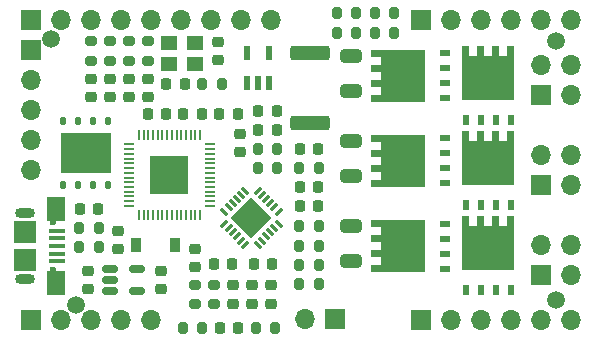
<source format=gbr>
%TF.GenerationSoftware,KiCad,Pcbnew,6.0.5+dfsg-1~bpo11+1*%
%TF.CreationDate,2022-07-20T16:46:59+00:00*%
%TF.ProjectId,xESC2,78455343-322e-46b6-9963-61645f706362,rev?*%
%TF.SameCoordinates,Original*%
%TF.FileFunction,Soldermask,Top*%
%TF.FilePolarity,Negative*%
%FSLAX46Y46*%
G04 Gerber Fmt 4.6, Leading zero omitted, Abs format (unit mm)*
G04 Created by KiCad (PCBNEW 6.0.5+dfsg-1~bpo11+1) date 2022-07-20 16:46:59*
%MOMM*%
%LPD*%
G01*
G04 APERTURE LIST*
G04 Aperture macros list*
%AMRoundRect*
0 Rectangle with rounded corners*
0 $1 Rounding radius*
0 $2 $3 $4 $5 $6 $7 $8 $9 X,Y pos of 4 corners*
0 Add a 4 corners polygon primitive as box body*
4,1,4,$2,$3,$4,$5,$6,$7,$8,$9,$2,$3,0*
0 Add four circle primitives for the rounded corners*
1,1,$1+$1,$2,$3*
1,1,$1+$1,$4,$5*
1,1,$1+$1,$6,$7*
1,1,$1+$1,$8,$9*
0 Add four rect primitives between the rounded corners*
20,1,$1+$1,$2,$3,$4,$5,0*
20,1,$1+$1,$4,$5,$6,$7,0*
20,1,$1+$1,$6,$7,$8,$9,0*
20,1,$1+$1,$8,$9,$2,$3,0*%
%AMRotRect*
0 Rectangle, with rotation*
0 The origin of the aperture is its center*
0 $1 length*
0 $2 width*
0 $3 Rotation angle, in degrees counterclockwise*
0 Add horizontal line*
21,1,$1,$2,0,0,$3*%
%AMFreePoly0*
4,1,17,2.675000,1.605000,1.875000,1.605000,1.875000,0.935000,2.675000,0.935000,2.675000,0.335000,1.875000,0.335000,1.875000,-0.335000,2.675000,-0.335000,2.675000,-0.935000,1.875000,-0.935000,1.875000,-1.605000,2.675000,-1.605000,2.675000,-2.205000,-1.875000,-2.205000,-1.875000,2.205000,2.675000,2.205000,2.675000,1.605000,2.675000,1.605000,$1*%
G04 Aperture macros list end*
%ADD10RoundRect,0.200000X0.200000X0.275000X-0.200000X0.275000X-0.200000X-0.275000X0.200000X-0.275000X0*%
%ADD11RoundRect,0.225000X0.250000X-0.225000X0.250000X0.225000X-0.250000X0.225000X-0.250000X-0.225000X0*%
%ADD12RoundRect,0.225000X-0.250000X0.225000X-0.250000X-0.225000X0.250000X-0.225000X0.250000X0.225000X0*%
%ADD13RoundRect,0.225000X-0.225000X-0.250000X0.225000X-0.250000X0.225000X0.250000X-0.225000X0.250000X0*%
%ADD14R,1.700000X1.700000*%
%ADD15O,1.700000X1.700000*%
%ADD16RoundRect,0.218750X-0.256250X0.218750X-0.256250X-0.218750X0.256250X-0.218750X0.256250X0.218750X0*%
%ADD17RoundRect,0.218750X0.218750X0.256250X-0.218750X0.256250X-0.218750X-0.256250X0.218750X-0.256250X0*%
%ADD18RoundRect,0.200000X-0.200000X-0.275000X0.200000X-0.275000X0.200000X0.275000X-0.200000X0.275000X0*%
%ADD19RoundRect,0.225000X0.225000X0.250000X-0.225000X0.250000X-0.225000X-0.250000X0.225000X-0.250000X0*%
%ADD20RoundRect,0.250000X0.650000X-0.325000X0.650000X0.325000X-0.650000X0.325000X-0.650000X-0.325000X0*%
%ADD21FreePoly0,180.000000*%
%ADD22R,0.850000X0.500000*%
%ADD23C,0.600000*%
%ADD24R,1.350000X0.400000*%
%ADD25R,1.600000X2.100000*%
%ADD26R,1.900000X1.900000*%
%ADD27O,1.700000X0.850000*%
%ADD28R,0.900000X1.200000*%
%ADD29FreePoly0,90.000000*%
%ADD30R,0.500000X0.850000*%
%ADD31RoundRect,0.150000X-0.512500X-0.150000X0.512500X-0.150000X0.512500X0.150000X-0.512500X0.150000X0*%
%ADD32RoundRect,0.200000X-0.275000X0.200000X-0.275000X-0.200000X0.275000X-0.200000X0.275000X0.200000X0*%
%ADD33C,1.500000*%
%ADD34RoundRect,0.062500X-0.185616X-0.274004X0.274004X0.185616X0.185616X0.274004X-0.274004X-0.185616X0*%
%ADD35RoundRect,0.062500X0.185616X-0.274004X0.274004X-0.185616X-0.185616X0.274004X-0.274004X0.185616X0*%
%ADD36RotRect,2.450000X2.450000X45.000000*%
%ADD37RoundRect,0.250000X1.425000X-0.362500X1.425000X0.362500X-1.425000X0.362500X-1.425000X-0.362500X0*%
%ADD38R,1.400000X1.200000*%
%ADD39RoundRect,0.125000X0.125000X-0.250000X0.125000X0.250000X-0.125000X0.250000X-0.125000X-0.250000X0*%
%ADD40R,4.300000X3.400000*%
%ADD41RoundRect,0.200000X0.275000X-0.200000X0.275000X0.200000X-0.275000X0.200000X-0.275000X-0.200000X0*%
%ADD42RoundRect,0.088500X0.206500X-0.516500X0.206500X0.516500X-0.206500X0.516500X-0.206500X-0.516500X0*%
%ADD43R,0.177800X0.812800*%
%ADD44R,0.812800X0.177800*%
%ADD45R,3.200400X3.200400*%
G04 APERTURE END LIST*
D10*
%TO.C,R19*%
X255425000Y-118200000D03*
X253775000Y-118200000D03*
%TD*%
%TO.C,R20*%
X255425000Y-126400000D03*
X253775000Y-126400000D03*
%TD*%
%TO.C,R21*%
X251925000Y-118200000D03*
X250275000Y-118200000D03*
%TD*%
%TO.C,R22*%
X255425000Y-124800000D03*
X253775000Y-124800000D03*
%TD*%
D11*
%TO.C,C15*%
X248800000Y-116875000D03*
X248800000Y-115325000D03*
%TD*%
D12*
%TO.C,C11*%
X238400000Y-123525000D03*
X238400000Y-125075000D03*
%TD*%
D13*
%TO.C,C12*%
X243985000Y-113610000D03*
X245535000Y-113610000D03*
%TD*%
D12*
%TO.C,C13*%
X249800000Y-128125000D03*
X249800000Y-129675000D03*
%TD*%
D10*
%TO.C,R16*%
X255425000Y-128000000D03*
X253775000Y-128000000D03*
%TD*%
D12*
%TO.C,C24*%
X235900000Y-126925000D03*
X235900000Y-128475000D03*
%TD*%
D14*
%TO.C,J3*%
X231060000Y-108240000D03*
D15*
X231060000Y-110780000D03*
X231060000Y-113320000D03*
X231060000Y-115860000D03*
X231060000Y-118400000D03*
%TD*%
D16*
%TO.C,D2*%
X251400000Y-128112500D03*
X251400000Y-129687500D03*
%TD*%
D17*
%TO.C,D3*%
X248627500Y-131760000D03*
X247052500Y-131760000D03*
%TD*%
D18*
%TO.C,R10*%
X250115000Y-131760000D03*
X251765000Y-131760000D03*
%TD*%
%TO.C,R11*%
X243915000Y-131760000D03*
X245565000Y-131760000D03*
%TD*%
%TO.C,R7*%
X256975000Y-105100000D03*
X258625000Y-105100000D03*
%TD*%
%TO.C,R8*%
X260175000Y-105100000D03*
X261825000Y-105100000D03*
%TD*%
D19*
%TO.C,C22*%
X255375000Y-119800000D03*
X253825000Y-119800000D03*
%TD*%
%TO.C,C21*%
X255375000Y-116600000D03*
X253825000Y-116600000D03*
%TD*%
%TO.C,C23*%
X255375000Y-121400000D03*
X253825000Y-121400000D03*
%TD*%
D10*
%TO.C,R15*%
X255425000Y-123100000D03*
X253775000Y-123100000D03*
%TD*%
D20*
%TO.C,C18*%
X258200000Y-126075000D03*
X258200000Y-123125000D03*
%TD*%
%TO.C,C26*%
X258200000Y-118875000D03*
X258200000Y-115925000D03*
%TD*%
D21*
%TO.C,Q1*%
X262550000Y-124800000D03*
D22*
X266100000Y-126705000D03*
X266100000Y-125435000D03*
X266100000Y-124165000D03*
X266100000Y-122895000D03*
%TD*%
D21*
%TO.C,Q3*%
X262550000Y-117600000D03*
D22*
X266100000Y-119505000D03*
X266100000Y-118235000D03*
X266100000Y-116965000D03*
X266100000Y-115695000D03*
%TD*%
D21*
%TO.C,Q5*%
X262550000Y-110400000D03*
D22*
X266100000Y-112305000D03*
X266100000Y-111035000D03*
X266100000Y-109765000D03*
X266100000Y-108495000D03*
%TD*%
D23*
%TO.C,J2*%
X232950000Y-126800000D03*
X232950000Y-122800000D03*
D24*
X233275000Y-123500000D03*
X233275000Y-124150000D03*
X233275000Y-124800000D03*
X233275000Y-125450000D03*
X233275000Y-126100000D03*
D25*
X233150000Y-121700000D03*
X233150000Y-127900000D03*
D26*
X230600000Y-123600000D03*
X230600000Y-126000000D03*
D27*
X230600000Y-121975000D03*
X230600000Y-127625000D03*
%TD*%
D28*
%TO.C,D1*%
X243250000Y-124700000D03*
X239950000Y-124700000D03*
%TD*%
D10*
%TO.C,R3*%
X236825000Y-124900000D03*
X235175000Y-124900000D03*
%TD*%
%TO.C,R2*%
X236825000Y-123300000D03*
X235175000Y-123300000D03*
%TD*%
D29*
%TO.C,Q6*%
X269800000Y-110550000D03*
D30*
X267895000Y-114100000D03*
X269165000Y-114100000D03*
X270435000Y-114100000D03*
X271705000Y-114100000D03*
%TD*%
D29*
%TO.C,Q4*%
X269800000Y-117750000D03*
D30*
X267895000Y-121300000D03*
X269165000Y-121300000D03*
X270435000Y-121300000D03*
X271705000Y-121300000D03*
%TD*%
D29*
%TO.C,Q2*%
X269800000Y-124950000D03*
D30*
X267895000Y-128500000D03*
X269165000Y-128500000D03*
X270435000Y-128500000D03*
X271705000Y-128500000D03*
%TD*%
D20*
%TO.C,C27*%
X258200000Y-111675000D03*
X258200000Y-108725000D03*
%TD*%
D13*
%TO.C,C19*%
X246578096Y-126300000D03*
X248128096Y-126300000D03*
%TD*%
D31*
%TO.C,U5*%
X237762500Y-126750000D03*
X237762500Y-127700000D03*
X237762500Y-128650000D03*
X240037500Y-128650000D03*
X240037500Y-126750000D03*
%TD*%
D12*
%TO.C,C14*%
X245000000Y-125025000D03*
X245000000Y-126575000D03*
%TD*%
D32*
%TO.C,R4*%
X237775000Y-107475000D03*
X237775000Y-109125000D03*
%TD*%
%TO.C,R5*%
X239375000Y-107475000D03*
X239375000Y-109125000D03*
%TD*%
D12*
%TO.C,C1*%
X236175000Y-110625000D03*
X236175000Y-112175000D03*
%TD*%
%TO.C,C2*%
X237775000Y-110625000D03*
X237775000Y-112175000D03*
%TD*%
%TO.C,C3*%
X239375000Y-110625000D03*
X239375000Y-112175000D03*
%TD*%
D32*
%TO.C,R6*%
X240975000Y-107475000D03*
X240975000Y-109125000D03*
%TD*%
%TO.C,R1*%
X236175000Y-107475000D03*
X236175000Y-109125000D03*
%TD*%
D12*
%TO.C,C4*%
X240975000Y-110625000D03*
X240975000Y-112175000D03*
%TD*%
D10*
%TO.C,R9*%
X258625000Y-106725000D03*
X256975000Y-106725000D03*
%TD*%
%TO.C,TH1*%
X261825000Y-106725000D03*
X260175000Y-106725000D03*
%TD*%
D33*
%TO.C,FID5*%
X275500000Y-129400000D03*
%TD*%
%TO.C,FID1*%
X275500000Y-107400000D03*
%TD*%
%TO.C,FID2*%
X234900000Y-129800000D03*
%TD*%
%TO.C,FID4*%
X232800000Y-107300000D03*
%TD*%
D34*
%TO.C,U3*%
X247452162Y-122921491D03*
X247805715Y-123275045D03*
X248159269Y-123628598D03*
X248512822Y-123982151D03*
X248866375Y-124335705D03*
X249219929Y-124689258D03*
D35*
X250262911Y-124689258D03*
X250616465Y-124335705D03*
X250970018Y-123982151D03*
X251323571Y-123628598D03*
X251677125Y-123275045D03*
X252030678Y-122921491D03*
D34*
X252030678Y-121878509D03*
X251677125Y-121524955D03*
X251323571Y-121171402D03*
X250970018Y-120817849D03*
X250616465Y-120464295D03*
X250262911Y-120110742D03*
D35*
X249219929Y-120110742D03*
X248866375Y-120464295D03*
X248512822Y-120817849D03*
X248159269Y-121171402D03*
X247805715Y-121524955D03*
X247452162Y-121878509D03*
D36*
X249741420Y-122400000D03*
%TD*%
D37*
%TO.C,R18*%
X254660000Y-114397500D03*
X254660000Y-108472500D03*
%TD*%
D12*
%TO.C,C25*%
X242100000Y-126925000D03*
X242100000Y-128475000D03*
%TD*%
D13*
%TO.C,C20*%
X250325000Y-113400000D03*
X251875000Y-113400000D03*
%TD*%
D38*
%TO.C,Y1*%
X242800000Y-109350000D03*
X245000000Y-109350000D03*
X245000000Y-107650000D03*
X242800000Y-107650000D03*
%TD*%
D39*
%TO.C,U2*%
X233795000Y-119600000D03*
X235065000Y-119600000D03*
X236335000Y-119600000D03*
X237605000Y-119600000D03*
X237605000Y-114200000D03*
X236335000Y-114200000D03*
X235065000Y-114200000D03*
X233795000Y-114200000D03*
D40*
X235700000Y-116900000D03*
%TD*%
D13*
%TO.C,C17*%
X250325000Y-115000000D03*
X251875000Y-115000000D03*
%TD*%
%TO.C,C6*%
X242525000Y-111100000D03*
X244075000Y-111100000D03*
%TD*%
D18*
%TO.C,R17*%
X250275000Y-116600000D03*
X251925000Y-116600000D03*
%TD*%
D13*
%TO.C,C8*%
X249925000Y-126300000D03*
X251475000Y-126300000D03*
%TD*%
D41*
%TO.C,R13*%
X246600000Y-129725000D03*
X246600000Y-128075000D03*
%TD*%
D13*
%TO.C,C7*%
X240945000Y-113610000D03*
X242495000Y-113610000D03*
%TD*%
D18*
%TO.C,R12*%
X245575000Y-111100000D03*
X247225000Y-111100000D03*
%TD*%
D11*
%TO.C,C5*%
X246900000Y-109075000D03*
X246900000Y-107525000D03*
%TD*%
D19*
%TO.C,C16*%
X236775000Y-121700000D03*
X235225000Y-121700000D03*
%TD*%
D14*
%TO.C,J5*%
X256850000Y-131000000D03*
D15*
X254310000Y-131000000D03*
%TD*%
D42*
%TO.C,U4*%
X249350000Y-110985000D03*
X250300000Y-110985000D03*
X251250000Y-110985000D03*
X251250000Y-108475000D03*
X249350000Y-108475000D03*
%TD*%
D32*
%TO.C,R14*%
X245000000Y-128075000D03*
X245000000Y-129725000D03*
%TD*%
D43*
%TO.C,U1*%
X240200000Y-122203599D03*
X240599999Y-122203599D03*
X241000001Y-122203599D03*
X241400000Y-122203599D03*
X241799999Y-122203599D03*
X242200001Y-122203599D03*
X242600000Y-122203599D03*
X243000000Y-122203599D03*
X243399999Y-122203599D03*
X243800001Y-122203599D03*
X244200000Y-122203599D03*
X244599999Y-122203599D03*
X245000001Y-122203599D03*
X245400000Y-122203599D03*
D44*
X246203600Y-121399999D03*
X246203600Y-121000000D03*
X246203600Y-120599998D03*
X246203600Y-120199999D03*
X246203600Y-119800000D03*
X246203600Y-119399998D03*
X246203600Y-118999999D03*
X246203600Y-118599999D03*
X246203600Y-118200000D03*
X246203600Y-117799998D03*
X246203600Y-117399999D03*
X246203600Y-117000000D03*
X246203600Y-116599998D03*
X246203600Y-116199999D03*
D43*
X245400000Y-115396399D03*
X245000001Y-115396399D03*
X244599999Y-115396399D03*
X244200000Y-115396399D03*
X243800001Y-115396399D03*
X243399999Y-115396399D03*
X243000000Y-115396399D03*
X242600000Y-115396399D03*
X242200001Y-115396399D03*
X241799999Y-115396399D03*
X241400000Y-115396399D03*
X241000001Y-115396399D03*
X240599999Y-115396399D03*
X240200000Y-115396399D03*
D44*
X239396400Y-116199999D03*
X239396400Y-116599998D03*
X239396400Y-117000000D03*
X239396400Y-117399999D03*
X239396400Y-117799998D03*
X239396400Y-118200000D03*
X239396400Y-118599999D03*
X239396400Y-118999999D03*
X239396400Y-119399998D03*
X239396400Y-119800000D03*
X239396400Y-120199999D03*
X239396400Y-120599998D03*
X239396400Y-121000000D03*
X239396400Y-121399999D03*
D45*
X242800000Y-118799999D03*
%TD*%
D12*
%TO.C,C9*%
X248200000Y-128125000D03*
X248200000Y-129675000D03*
%TD*%
D19*
%TO.C,C10*%
X248575000Y-113610000D03*
X247025000Y-113610000D03*
%TD*%
D14*
%TO.C,J4*%
X231060000Y-131100000D03*
D15*
X233600000Y-131100000D03*
X236140000Y-131100000D03*
X238680000Y-131100000D03*
X241220000Y-131100000D03*
%TD*%
D14*
%TO.C,J7*%
X264080000Y-105700000D03*
D15*
X266620000Y-105700000D03*
X269160000Y-105700000D03*
X271700000Y-105700000D03*
X274240000Y-105700000D03*
X276780000Y-105700000D03*
%TD*%
D14*
%TO.C,J8*%
X264080000Y-131100000D03*
D15*
X266620000Y-131100000D03*
X269160000Y-131100000D03*
X271700000Y-131100000D03*
X274240000Y-131100000D03*
X276780000Y-131100000D03*
%TD*%
D14*
%TO.C,J10*%
X274240000Y-112050000D03*
D15*
X276780000Y-112050000D03*
X274240000Y-109510000D03*
X276780000Y-109510000D03*
%TD*%
D14*
%TO.C,J9*%
X274240000Y-119670000D03*
D15*
X276780000Y-119670000D03*
X274240000Y-117130000D03*
X276780000Y-117130000D03*
%TD*%
D14*
%TO.C,J6*%
X274240000Y-127290000D03*
D15*
X276780000Y-127290000D03*
X274240000Y-124750000D03*
X276780000Y-124750000D03*
%TD*%
D14*
%TO.C,J1*%
X231050000Y-105700000D03*
D15*
X233590000Y-105700000D03*
X236130000Y-105700000D03*
X238670000Y-105700000D03*
X241210000Y-105700000D03*
X243750000Y-105700000D03*
X246290000Y-105700000D03*
X248830000Y-105700000D03*
X251370000Y-105700000D03*
%TD*%
M02*

</source>
